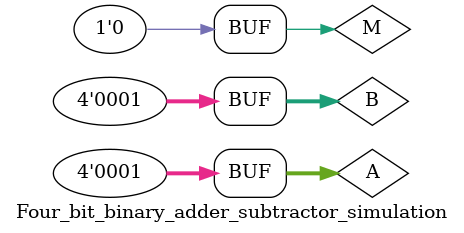
<source format=v>
`timescale 1ns / 1ps


module Four_bit_binary_adder_subtractor_simulation;

	// Inputs
	reg [3:0] A;
	reg [3:0] B;
	reg M;

	// Outputs
	wire [3:0] S;
	wire [3:0] C;
	wire Cout;
	wire V;

	// Instantiate the Unit Under Test (UUT)
	four_bit_binary_adder_subtractor uut (
		.A(A), 
		.B(B), 
		.M(M), 
		.S(S), 
		.C(C), 
		.Cout(Cout), 
		.V(V)
	);

	initial begin
		// Initialize Inputs
		A = 4'b0001;
		B = 4'b0001;
		M = 0;

		// Wait 100 ns for global reset to finish
		#100;
        
		// Add stimulus here

	end
      
endmodule


</source>
